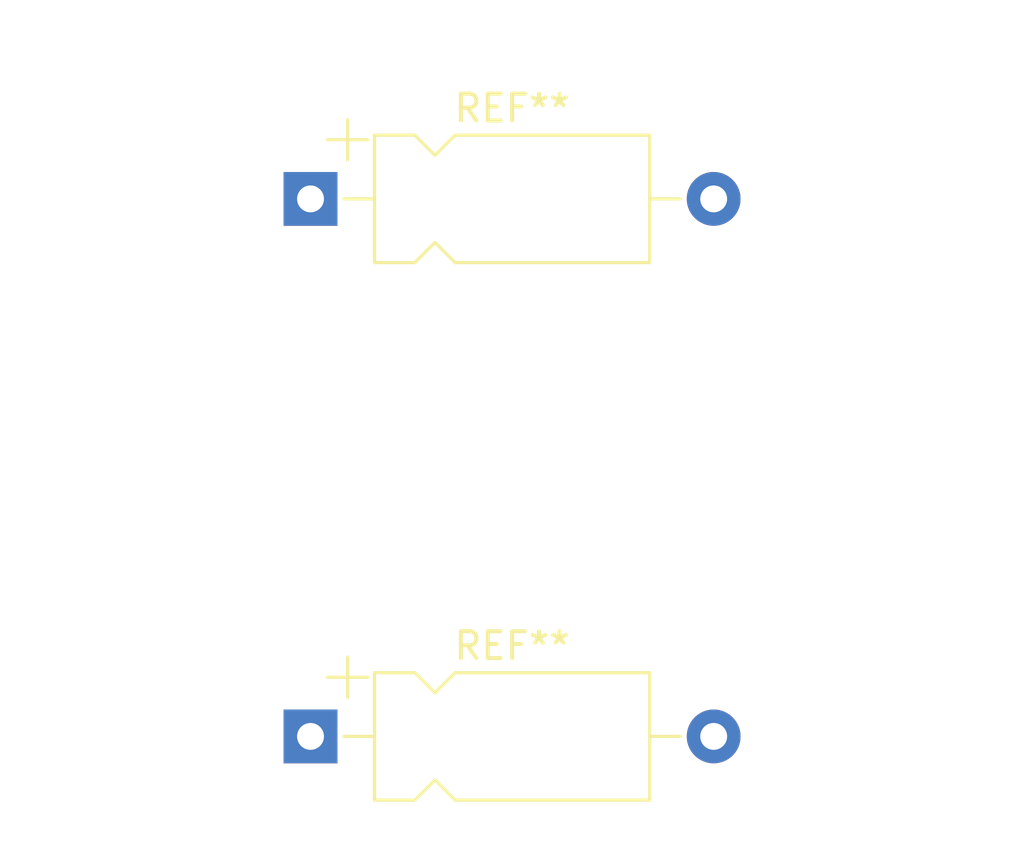
<source format=kicad_pcb>
(kicad_pcb (version 20231212) (generator "pcbnew") (generator_version "7.99")
  (layers (0 "F.Cu" signal) (31 "B.Cu" signal) (34 "B.Paste" user) (35 "F.Paste" user) (36 "B.SilkS" user "B.Silkscreen") (37 "F.SilkS" user "F.Silkscreen") (38 "B.Mask" user) (39 "F.Mask" user) (44 "Edge.Cuts" user))
  (net 0 "")
  (footprint "Capacitor_THT:CP_Axial_L10.0mm_D4.5mm_P15.00mm_Horizontal" (layer "F.Cu") (at 100 100)
    (property "Reference" "REF**" (at 7.5 -3.37 0) (layer "F.SilkS"))
    (property "Value" "CP_Axial_L10.0mm_D4.5mm_P15.00mm_Horizontal")
    (fp_line (start 0.63 -2.2) (end 2.13 -2.2) (stroke (width 0.12)) (layer "F.SilkS"))
    (fp_line (start 1.24 0) (end 2.38 0) (stroke (width 0.12)) (layer "F.SilkS"))
    (fp_line (start 1.38 -2.95) (end 1.38 -1.45) (stroke (width 0.12)) (layer "F.SilkS"))
    (fp_line (start 2.38 -2.37) (end 2.38 2.37) (stroke (width 0.12)) (layer "F.SilkS"))
    (fp_line (start 2.38 -2.37) (end 3.88 -2.37) (stroke (width 0.12)) (layer "F.SilkS"))
    (fp_line (start 2.38 2.37) (end 3.88 2.37) (stroke (width 0.12)) (layer "F.SilkS"))
    (fp_line (start 3.88 -2.37) (end 4.63 -1.62) (stroke (width 0.12)) (layer "F.SilkS"))
    (fp_line (start 3.88 2.37) (end 4.63 1.62) (stroke (width 0.12)) (layer "F.SilkS"))
    (fp_line (start 4.63 -1.62) (end 5.38 -2.37) (stroke (width 0.12)) (layer "F.SilkS"))
    (fp_line (start 4.63 1.62) (end 5.38 2.37) (stroke (width 0.12)) (layer "F.SilkS"))
    (fp_line (start 5.38 -2.37) (end 12.62 -2.37) (stroke (width 0.12)) (layer "F.SilkS"))
    (fp_line (start 5.38 2.37) (end 12.62 2.37) (stroke (width 0.12)) (layer "F.SilkS"))
    (fp_line (start 12.62 -2.37) (end 12.62 2.37) (stroke (width 0.12)) (layer "F.SilkS"))
    (fp_line (start 13.76 0) (end 12.62 0) (stroke (width 0.12)) (layer "F.SilkS"))
    (pad "1" thru_hole rect (at 0 0) (size 2 2) (drill 1) (layers "*.Cu" "*.Mask"))
    (pad "2" thru_hole oval (at 15 0) (size 2 2) (drill 1) (layers "*.Cu" "*.Mask"))
  )
  (footprint "Capacitor_THT:CP_Axial_L10.0mm_D4.5mm_P15.00mm_Horizontal" (layer "F.Cu") (at 100 80)
    (property "Reference" "REF**" (at 7.5 -3.37 0) (layer "F.SilkS"))
    (property "Value" "CP_Axial_L10.0mm_D4.5mm_P15.00mm_Horizontal")
    (fp_line (start 0.63 -2.2) (end 2.13 -2.2) (stroke (width 0.12)) (layer "F.SilkS"))
    (fp_line (start 1.24 0) (end 2.38 0) (stroke (width 0.12)) (layer "F.SilkS"))
    (fp_line (start 1.38 -2.95) (end 1.38 -1.45) (stroke (width 0.12)) (layer "F.SilkS"))
    (fp_line (start 2.38 -2.37) (end 2.38 2.37) (stroke (width 0.12)) (layer "F.SilkS"))
    (fp_line (start 2.38 -2.37) (end 3.88 -2.37) (stroke (width 0.12)) (layer "F.SilkS"))
    (fp_line (start 2.38 2.37) (end 3.88 2.37) (stroke (width 0.12)) (layer "F.SilkS"))
    (fp_line (start 3.88 -2.37) (end 4.63 -1.62) (stroke (width 0.12)) (layer "F.SilkS"))
    (fp_line (start 3.88 2.37) (end 4.63 1.62) (stroke (width 0.12)) (layer "F.SilkS"))
    (fp_line (start 4.63 -1.62) (end 5.38 -2.37) (stroke (width 0.12)) (layer "F.SilkS"))
    (fp_line (start 4.63 1.62) (end 5.38 2.37) (stroke (width 0.12)) (layer "F.SilkS"))
    (fp_line (start 5.38 -2.37) (end 12.62 -2.37) (stroke (width 0.12)) (layer "F.SilkS"))
    (fp_line (start 5.38 2.37) (end 12.62 2.37) (stroke (width 0.12)) (layer "F.SilkS"))
    (fp_line (start 12.62 -2.37) (end 12.62 2.37) (stroke (width 0.12)) (layer "F.SilkS"))
    (fp_line (start 13.76 0) (end 12.62 0) (stroke (width 0.12)) (layer "F.SilkS"))
    (pad "1" thru_hole rect (at 0 0) (size 2 2) (drill 1) (layers "*.Cu" "*.Mask"))
    (pad "2" thru_hole oval (at 15 0) (size 2 2) (drill 1) (layers "*.Cu" "*.Mask"))
  )
)
</source>
